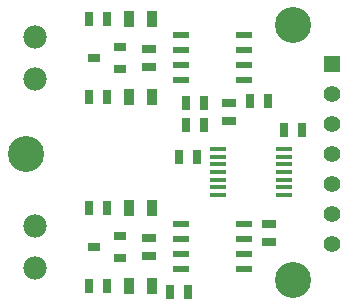
<source format=gts>
%FSLAX46Y46*%
G04 Gerber Fmt 4.6, Leading zero omitted, Abs format (unit mm)*
G04 Created by KiCad (PCBNEW (2014-07-09 BZR 4988)-product) date Thu 14 Aug 2014 11:57:35 AM PDT*
%MOMM*%
G01*
G04 APERTURE LIST*
%ADD10C,0.050000*%
%ADD11R,1.397000X1.397000*%
%ADD12C,1.397000*%
%ADD13R,0.889000X1.397000*%
%ADD14R,1.143000X0.635000*%
%ADD15R,0.635000X1.143000*%
%ADD16R,1.000760X0.800100*%
%ADD17R,1.399540X0.599440*%
%ADD18C,3.048000*%
%ADD19R,1.397000X0.431800*%
%ADD20C,1.968500*%
G04 APERTURE END LIST*
D10*
D11*
X130556000Y-93980000D03*
D12*
X130556000Y-96520000D03*
X130556000Y-99060000D03*
X130556000Y-101600000D03*
X130556000Y-104140000D03*
X130556000Y-106680000D03*
X130556000Y-109220000D03*
D13*
X115252500Y-106172000D03*
X113347500Y-106172000D03*
X113347500Y-112776000D03*
X115252500Y-112776000D03*
D14*
X115062000Y-108712000D03*
X115062000Y-110236000D03*
D13*
X115252500Y-90170000D03*
X113347500Y-90170000D03*
X113347500Y-96774000D03*
X115252500Y-96774000D03*
D14*
X115062000Y-92710000D03*
X115062000Y-94234000D03*
D15*
X118364000Y-113284000D03*
X116840000Y-113284000D03*
X118186200Y-97282000D03*
X119710200Y-97282000D03*
X109982000Y-106172000D03*
X111506000Y-106172000D03*
X109982000Y-112776000D03*
X111506000Y-112776000D03*
X109982000Y-90170000D03*
X111506000Y-90170000D03*
X109982000Y-96774000D03*
X111506000Y-96774000D03*
X117596920Y-101831140D03*
X119120920Y-101831140D03*
D14*
X121793000Y-97282000D03*
X121793000Y-98806000D03*
D15*
X125095000Y-97155000D03*
X123571000Y-97155000D03*
D14*
X125196600Y-109016800D03*
X125196600Y-107492800D03*
D16*
X110406180Y-109474000D03*
X112605820Y-108521500D03*
X112605820Y-110426500D03*
X110406180Y-93472000D03*
X112605820Y-92519500D03*
X112605820Y-94424500D03*
D17*
X123063000Y-107569000D03*
X117729000Y-107569000D03*
X123063000Y-108839000D03*
X123063000Y-110109000D03*
X123063000Y-111379000D03*
X117729000Y-108839000D03*
X117729000Y-110109000D03*
X117729000Y-111379000D03*
X123063000Y-91567000D03*
X117729000Y-91567000D03*
X123063000Y-92837000D03*
X123063000Y-94107000D03*
X123063000Y-95377000D03*
X117729000Y-92837000D03*
X117729000Y-94107000D03*
X117729000Y-95377000D03*
D18*
X127254000Y-90678000D03*
X127254000Y-112268000D03*
X104648000Y-101600000D03*
D19*
X120904000Y-101193600D03*
X120904000Y-101828600D03*
X120904000Y-102489000D03*
X120904000Y-103124000D03*
X120904000Y-103784400D03*
X120904000Y-104432100D03*
X120904000Y-105079800D03*
X126492000Y-105079800D03*
X126492000Y-104432100D03*
X126492000Y-103784400D03*
X126492000Y-103124000D03*
X126492000Y-102476300D03*
X126492000Y-101828600D03*
X126492000Y-101180900D03*
D20*
X105410000Y-107724000D03*
X105410000Y-111224000D03*
X105410000Y-91722000D03*
X105410000Y-95222000D03*
D15*
X118186200Y-99161600D03*
X119710200Y-99161600D03*
X128016000Y-99568000D03*
X126492000Y-99568000D03*
M02*

</source>
